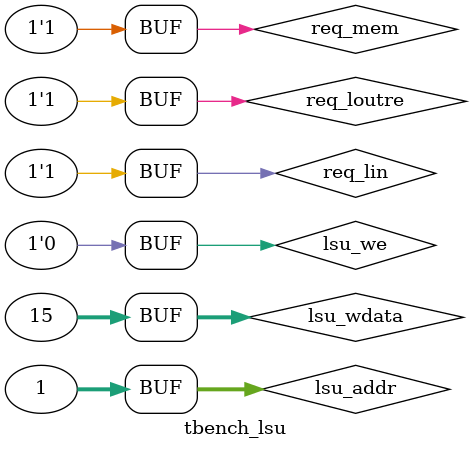
<source format=sv>
module tbench_lsu;

	logic req_mem, req_lin, req_loutre, rst;

	logic data_we, lsu_we;
	logic [31:0] data_wdata, data_addr, data_rdata, lsu_wdata, lsu_addr, lsu_rdata;

	tmem mem(
		.req_i(req_mem),

		.data_we_i(data_we),
		.data_wdata_i(data_wdata),
		.data_addr_i(data_addr),
		
		.data_rdata_o(data_rdata)	
	);

	lsu_in lin(
		//control signal
		.req_i(req_lin),
		.rst_ni(rst),
	
		//interface LSU / Previous
		.lsu_we_i(lsu_we),
		.lsu_wdata_i(lsu_wdata),
		.lsu_addr_i(lsu_addr),
	
		//interface LSU / MEM
		.data_we_o(data_we),
		.data_wdata_o(data_wdata),
		.data_addr_o(data_addr)
	);

	lsu_out loutre(
		//control signal
		.req_i(req_loutre),
		.rst_ni(rst),
	
		//interface LSU / Next
		.lsu_rdata_o(lsu_rdata),
		//output logic		lsu_err_o,
	
		//interface LSU / Mem
		.data_rdata_i(data_rdata)
		//input  logic 		data_err_i	
	);

//entree lsu_we, lsu_wdata, lsu_addr ,req_mem, req_lin, req_loutre

	initial begin
		req_mem = 0; req_lin = 0; req_loutre = 0;
		#5 lsu_we = 1; 
		lsu_addr  = 32'b00000000000000000000000000000001;
		lsu_wdata = 32'b00000000000000000000000000001111;
		#5 req_lin = 1;
		#5 req_mem = 1;
		#5 req_loutre = 1;

		#5 req_mem = 0; req_lin = 0; req_loutre = 0;
		#5 lsu_we = 0; 
		lsu_addr =  32'b00000000000000000000000000000001;
		#5 req_lin = 1;
		#5 req_mem = 1;
		#5 req_loutre = 1;
	end
endmodule

</source>
